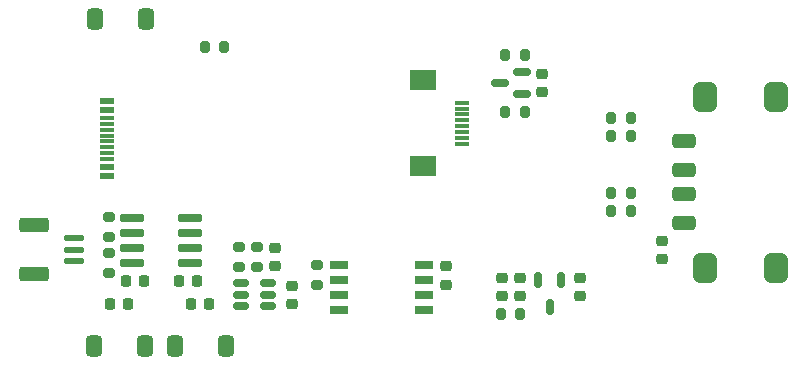
<source format=gbr>
%TF.GenerationSoftware,KiCad,Pcbnew,7.0.2*%
%TF.CreationDate,2023-05-11T00:09:11+08:00*%
%TF.ProjectId,LinuxDK,4c696e75-7844-44b2-9e6b-696361645f70,rev?*%
%TF.SameCoordinates,Original*%
%TF.FileFunction,Paste,Top*%
%TF.FilePolarity,Positive*%
%FSLAX46Y46*%
G04 Gerber Fmt 4.6, Leading zero omitted, Abs format (unit mm)*
G04 Created by KiCad (PCBNEW 7.0.2) date 2023-05-11 00:09:11*
%MOMM*%
%LPD*%
G01*
G04 APERTURE LIST*
G04 Aperture macros list*
%AMRoundRect*
0 Rectangle with rounded corners*
0 $1 Rounding radius*
0 $2 $3 $4 $5 $6 $7 $8 $9 X,Y pos of 4 corners*
0 Add a 4 corners polygon primitive as box body*
4,1,4,$2,$3,$4,$5,$6,$7,$8,$9,$2,$3,0*
0 Add four circle primitives for the rounded corners*
1,1,$1+$1,$2,$3*
1,1,$1+$1,$4,$5*
1,1,$1+$1,$6,$7*
1,1,$1+$1,$8,$9*
0 Add four rect primitives between the rounded corners*
20,1,$1+$1,$2,$3,$4,$5,0*
20,1,$1+$1,$4,$5,$6,$7,0*
20,1,$1+$1,$6,$7,$8,$9,0*
20,1,$1+$1,$8,$9,$2,$3,0*%
G04 Aperture macros list end*
%ADD10RoundRect,0.200000X0.275000X-0.200000X0.275000X0.200000X-0.275000X0.200000X-0.275000X-0.200000X0*%
%ADD11RoundRect,0.225000X0.250000X-0.225000X0.250000X0.225000X-0.250000X0.225000X-0.250000X-0.225000X0*%
%ADD12RoundRect,0.200000X-0.200000X-0.275000X0.200000X-0.275000X0.200000X0.275000X-0.200000X0.275000X0*%
%ADD13RoundRect,0.150000X-0.150000X0.512500X-0.150000X-0.512500X0.150000X-0.512500X0.150000X0.512500X0*%
%ADD14RoundRect,0.100000X0.750000X-0.150000X0.750000X0.150000X-0.750000X0.150000X-0.750000X-0.150000X0*%
%ADD15RoundRect,0.200000X1.050000X-0.400000X1.050000X0.400000X-1.050000X0.400000X-1.050000X-0.400000X0*%
%ADD16R,1.150000X0.600000*%
%ADD17R,1.150000X0.300000*%
%ADD18RoundRect,0.225000X-0.250000X0.225000X-0.250000X-0.225000X0.250000X-0.225000X0.250000X0.225000X0*%
%ADD19RoundRect,0.200000X-0.275000X0.200000X-0.275000X-0.200000X0.275000X-0.200000X0.275000X0.200000X0*%
%ADD20R,1.300000X0.300000*%
%ADD21R,2.200000X1.800000*%
%ADD22RoundRect,0.218750X-0.218750X-0.256250X0.218750X-0.256250X0.218750X0.256250X-0.218750X0.256250X0*%
%ADD23RoundRect,0.150000X0.587500X0.150000X-0.587500X0.150000X-0.587500X-0.150000X0.587500X-0.150000X0*%
%ADD24RoundRect,0.337500X-0.337500X-0.562500X0.337500X-0.562500X0.337500X0.562500X-0.337500X0.562500X0*%
%ADD25RoundRect,0.042000X0.943000X0.258000X-0.943000X0.258000X-0.943000X-0.258000X0.943000X-0.258000X0*%
%ADD26R,1.650000X0.650000*%
%ADD27RoundRect,0.200000X0.200000X0.275000X-0.200000X0.275000X-0.200000X-0.275000X0.200000X-0.275000X0*%
%ADD28RoundRect,0.150000X0.512500X0.150000X-0.512500X0.150000X-0.512500X-0.150000X0.512500X-0.150000X0*%
%ADD29RoundRect,0.300000X0.700000X-0.300000X0.700000X0.300000X-0.700000X0.300000X-0.700000X-0.300000X0*%
%ADD30RoundRect,0.500000X0.500000X-0.750000X0.500000X0.750000X-0.500000X0.750000X-0.500000X-0.750000X0*%
%ADD31RoundRect,0.225000X-0.225000X-0.250000X0.225000X-0.250000X0.225000X0.250000X-0.225000X0.250000X0*%
%ADD32RoundRect,0.225000X0.225000X0.250000X-0.225000X0.250000X-0.225000X-0.250000X0.225000X-0.250000X0*%
G04 APERTURE END LIST*
D10*
%TO.C,R29*%
X133096000Y-104838000D03*
X133096000Y-103188000D03*
%TD*%
D11*
%TO.C,C7*%
X150241000Y-105791000D03*
X150241000Y-104241000D03*
%TD*%
D12*
%TO.C,R24*%
X149035000Y-90170000D03*
X150685000Y-90170000D03*
%TD*%
D13*
%TO.C,U1*%
X153731000Y-104436500D03*
X151831000Y-104436500D03*
X152781000Y-106711500D03*
%TD*%
D14*
%TO.C,J2*%
X112517000Y-102854000D03*
X112517000Y-101854000D03*
X112517000Y-100854000D03*
D15*
X109117000Y-103954000D03*
X109117000Y-99754000D03*
%TD*%
D16*
%TO.C,J4*%
X115277000Y-89244500D03*
X115277000Y-90044500D03*
D17*
X115277000Y-91194500D03*
X115277000Y-92194500D03*
X115277000Y-92694500D03*
X115277000Y-93694500D03*
D16*
X115277000Y-95644500D03*
X115277000Y-94844500D03*
D17*
X115277000Y-94194500D03*
X115277000Y-93194500D03*
X115277000Y-91694500D03*
X115277000Y-90694500D03*
%TD*%
D18*
%TO.C,C5*%
X155321000Y-104241000D03*
X155321000Y-105791000D03*
%TD*%
D12*
%TO.C,R6*%
X157975800Y-90728800D03*
X159625800Y-90728800D03*
%TD*%
D11*
%TO.C,C8*%
X148717000Y-105791000D03*
X148717000Y-104241000D03*
%TD*%
D18*
%TO.C,C31*%
X162306000Y-101079000D03*
X162306000Y-102629000D03*
%TD*%
D12*
%TO.C,R20*%
X157975800Y-97028000D03*
X159625800Y-97028000D03*
%TD*%
D11*
%TO.C,C33*%
X130937000Y-106439000D03*
X130937000Y-104889000D03*
%TD*%
D19*
%TO.C,R35*%
X115443000Y-99124000D03*
X115443000Y-100774000D03*
%TD*%
D20*
%TO.C,J6*%
X145334600Y-89410600D03*
X145334600Y-89910600D03*
X145334600Y-90410600D03*
X145334600Y-90910600D03*
X145334600Y-91410600D03*
X145334600Y-91910600D03*
X145334600Y-92410600D03*
X145334600Y-92910600D03*
D21*
X142084600Y-87510600D03*
X142084600Y-94810600D03*
%TD*%
D12*
%TO.C,R19*%
X157975800Y-92202000D03*
X159625800Y-92202000D03*
%TD*%
D18*
%TO.C,C30*%
X143967200Y-103263400D03*
X143967200Y-104813400D03*
%TD*%
D22*
%TO.C,D1*%
X115544500Y-106426000D03*
X117119500Y-106426000D03*
%TD*%
D23*
%TO.C,Q3*%
X150416500Y-88707000D03*
X150416500Y-86807000D03*
X148541500Y-87757000D03*
%TD*%
D24*
%TO.C,S3*%
X114309000Y-82296000D03*
X118609000Y-82296000D03*
%TD*%
%TO.C,S1*%
X121040000Y-109982000D03*
X125340000Y-109982000D03*
%TD*%
D25*
%TO.C,U4*%
X122358000Y-102997000D03*
X122358000Y-101727000D03*
X122358000Y-100457000D03*
X122358000Y-99187000D03*
X117418000Y-99187000D03*
X117418000Y-100457000D03*
X117418000Y-101727000D03*
X117418000Y-102997000D03*
%TD*%
D26*
%TO.C,IC3*%
X134957000Y-103124000D03*
X134957000Y-104394000D03*
X134957000Y-105664000D03*
X134957000Y-106934000D03*
X142157000Y-106934000D03*
X142157000Y-105664000D03*
X142157000Y-104394000D03*
X142157000Y-103124000D03*
%TD*%
D27*
%TO.C,R30*%
X125234200Y-84734400D03*
X123584200Y-84734400D03*
%TD*%
D19*
%TO.C,R31*%
X128016000Y-101664000D03*
X128016000Y-103314000D03*
%TD*%
D22*
%TO.C,D2*%
X122402500Y-106426000D03*
X123977500Y-106426000D03*
%TD*%
D28*
%TO.C,U2*%
X128899500Y-106614000D03*
X128899500Y-105664000D03*
X128899500Y-104714000D03*
X126624500Y-104714000D03*
X126624500Y-105664000D03*
X126624500Y-106614000D03*
%TD*%
D29*
%TO.C,J1*%
X164110000Y-99639000D03*
X164110000Y-97139000D03*
X164110000Y-95139000D03*
X164110000Y-92639000D03*
D30*
X165910000Y-103389000D03*
X165910000Y-88889000D03*
X171910000Y-88889000D03*
X171910000Y-103389000D03*
%TD*%
D12*
%TO.C,R15*%
X148654000Y-107302000D03*
X150304000Y-107302000D03*
%TD*%
D24*
%TO.C,S2*%
X114182000Y-109982000D03*
X118482000Y-109982000D03*
%TD*%
D19*
%TO.C,R36*%
X115443000Y-103822000D03*
X115443000Y-102172000D03*
%TD*%
D27*
%TO.C,R23*%
X150685000Y-85344000D03*
X149035000Y-85344000D03*
%TD*%
D18*
%TO.C,C14*%
X152146000Y-86982000D03*
X152146000Y-88532000D03*
%TD*%
D31*
%TO.C,C36*%
X121355200Y-104546400D03*
X122905200Y-104546400D03*
%TD*%
D19*
%TO.C,R32*%
X126492000Y-101664000D03*
X126492000Y-103314000D03*
%TD*%
D12*
%TO.C,R21*%
X157975800Y-98552000D03*
X159625800Y-98552000D03*
%TD*%
D18*
%TO.C,C32*%
X129540000Y-101714000D03*
X129540000Y-103264000D03*
%TD*%
D32*
%TO.C,C35*%
X118434800Y-104546400D03*
X116884800Y-104546400D03*
%TD*%
M02*

</source>
